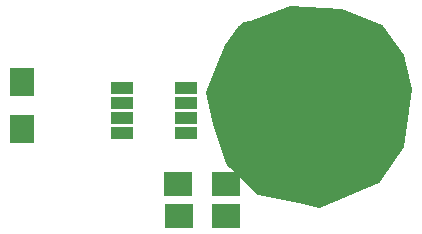
<source format=gts>
G04 #@! TF.FileFunction,Soldermask,Top*
%FSLAX46Y46*%
G04 Gerber Fmt 4.6, Leading zero omitted, Abs format (unit mm)*
G04 Created by KiCad (PCBNEW 4.0.7) date Sunday, July 22, 2018 'PMt' 03:48:40 PM*
%MOMM*%
%LPD*%
G01*
G04 APERTURE LIST*
%ADD10C,0.100000*%
%ADD11R,2.500000X2.900000*%
%ADD12R,2.500000X1.900000*%
%ADD13R,2.400000X2.100000*%
%ADD14R,2.100000X2.400000*%
%ADD15R,1.950000X1.000000*%
%ADD16C,0.254000*%
G04 APERTURE END LIST*
D10*
D11*
X206695040Y-84191800D03*
D12*
X206695040Y-86851800D03*
D11*
X211023200Y-84166400D03*
D12*
X211023200Y-86826400D03*
D13*
X202025000Y-92735400D03*
X198025000Y-92735400D03*
X202101200Y-95443040D03*
X198101200Y-95443040D03*
D14*
X184825640Y-84055200D03*
X184825640Y-88055200D03*
D15*
X193261000Y-84582000D03*
X193261000Y-85852000D03*
X193261000Y-87122000D03*
X193261000Y-88392000D03*
X198661000Y-88392000D03*
X198661000Y-87122000D03*
X198661000Y-85852000D03*
X198661000Y-84582000D03*
D16*
G36*
X211823354Y-78001943D02*
X215148285Y-79316915D01*
X216976257Y-81842206D01*
X217675746Y-84730096D01*
X216972402Y-89477666D01*
X214967001Y-92445859D01*
X209970558Y-94633681D01*
X208590202Y-94288592D01*
X208585355Y-94287481D01*
X204801155Y-93497429D01*
X202182479Y-90963548D01*
X201036380Y-87620760D01*
X200427109Y-84913997D01*
X201655769Y-82015363D01*
X201656170Y-82014408D01*
X202092695Y-80960726D01*
X203145050Y-79472396D01*
X203555436Y-79062010D01*
X204048338Y-78982207D01*
X204070977Y-78976362D01*
X207510973Y-77740586D01*
X211823354Y-78001943D01*
X211823354Y-78001943D01*
G37*
X211823354Y-78001943D02*
X215148285Y-79316915D01*
X216976257Y-81842206D01*
X217675746Y-84730096D01*
X216972402Y-89477666D01*
X214967001Y-92445859D01*
X209970558Y-94633681D01*
X208590202Y-94288592D01*
X208585355Y-94287481D01*
X204801155Y-93497429D01*
X202182479Y-90963548D01*
X201036380Y-87620760D01*
X200427109Y-84913997D01*
X201655769Y-82015363D01*
X201656170Y-82014408D01*
X202092695Y-80960726D01*
X203145050Y-79472396D01*
X203555436Y-79062010D01*
X204048338Y-78982207D01*
X204070977Y-78976362D01*
X207510973Y-77740586D01*
X211823354Y-78001943D01*
M02*

</source>
